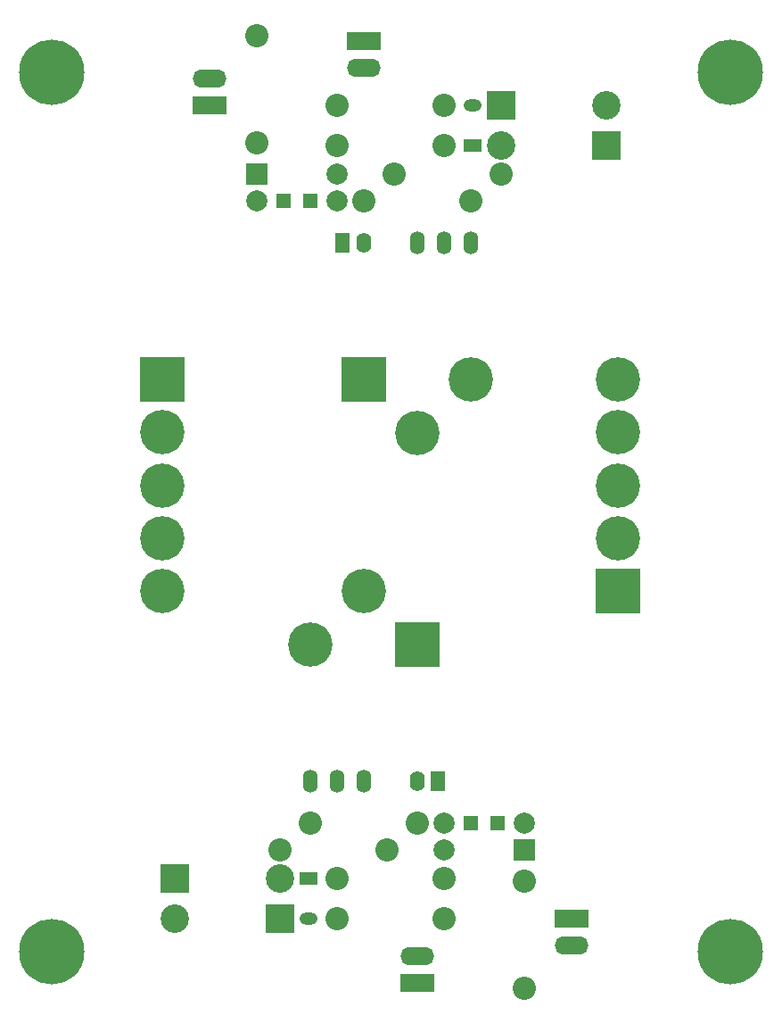
<source format=gbs>
G04*
G04 #@! TF.GenerationSoftware,Altium Limited,Altium Designer,23.9.2 (47)*
G04*
G04 Layer_Color=16711935*
%FSLAX24Y24*%
%MOIN*%
G70*
G04*
G04 #@! TF.SameCoordinates,AAFFF98D-1960-493D-9132-569EA71A65ED*
G04*
G04*
G04 #@! TF.FilePolarity,Negative*
G04*
G01*
G75*
%ADD31R,0.0552X0.0749*%
%ADD32R,0.1064X0.1064*%
%ADD33O,0.0671X0.0474*%
%ADD34C,0.0867*%
%ADD35R,0.1261X0.0671*%
%ADD36O,0.0552X0.0749*%
%ADD37C,0.0789*%
%ADD38O,0.1261X0.0671*%
%ADD39R,0.1655X0.1655*%
%ADD40C,0.1655*%
%ADD41R,0.0671X0.0474*%
%ADD42O,0.0552X0.0867*%
%ADD43R,0.1655X0.1655*%
%ADD44C,0.1064*%
%ADD45R,0.0789X0.0789*%
%ADD46C,0.2442*%
%ADD66R,0.0572X0.0572*%
D31*
X16435Y8331D02*
D03*
X12860Y28441D02*
D03*
D32*
X10521Y3197D02*
D03*
X18773Y33575D02*
D03*
X22710Y32079D02*
D03*
X6584Y4693D02*
D03*
D33*
X11584Y3197D02*
D03*
X17710Y33575D02*
D03*
D34*
X12647Y3197D02*
D03*
X16647Y33575D02*
D03*
X15647Y6756D02*
D03*
X12647Y33575D02*
D03*
X16647Y32079D02*
D03*
X12647D02*
D03*
X14773Y31016D02*
D03*
X18773D02*
D03*
X9647Y36157D02*
D03*
Y32157D02*
D03*
X19647Y614D02*
D03*
Y4614D02*
D03*
X17647Y30016D02*
D03*
X13647D02*
D03*
X16647Y3197D02*
D03*
X11647Y6756D02*
D03*
X12647Y4693D02*
D03*
X16647D02*
D03*
X14521Y5756D02*
D03*
X10521D02*
D03*
D35*
X15647Y803D02*
D03*
X13647Y35968D02*
D03*
X7876Y33575D02*
D03*
X21419Y3197D02*
D03*
D36*
X15647Y8331D02*
D03*
X13647Y28441D02*
D03*
D37*
X16647Y6756D02*
D03*
X9647Y30016D02*
D03*
X12647Y31016D02*
D03*
Y30016D02*
D03*
X19647Y6756D02*
D03*
X16647Y5756D02*
D03*
D38*
X15647Y1803D02*
D03*
X13647Y34969D02*
D03*
X7876Y34575D02*
D03*
X21419Y2197D02*
D03*
D39*
X15647Y13449D02*
D03*
X13647Y23323D02*
D03*
D40*
X15647Y21323D02*
D03*
X6135Y19386D02*
D03*
X23159Y19386D02*
D03*
X17647Y23323D02*
D03*
X11647Y13449D02*
D03*
X13647Y15449D02*
D03*
X23159Y17417D02*
D03*
Y21354D02*
D03*
Y23323D02*
D03*
X6135Y21354D02*
D03*
Y17417D02*
D03*
Y15449D02*
D03*
D41*
X17710Y32079D02*
D03*
X11584Y4693D02*
D03*
D42*
X15647Y28441D02*
D03*
X16647D02*
D03*
X17647D02*
D03*
X13647Y8331D02*
D03*
X12647D02*
D03*
X11647D02*
D03*
D43*
X23159Y15449D02*
D03*
X6135Y23323D02*
D03*
D44*
X22710Y33575D02*
D03*
X18773Y32079D02*
D03*
X6584Y3197D02*
D03*
X10521Y4693D02*
D03*
D45*
X9647Y31016D02*
D03*
X19647Y5756D02*
D03*
D46*
X1969Y34803D02*
D03*
X27362D02*
D03*
Y1969D02*
D03*
X1969D02*
D03*
D66*
X18647Y6756D02*
D03*
X10647Y30016D02*
D03*
X17647Y6756D02*
D03*
X11647Y30016D02*
D03*
M02*

</source>
